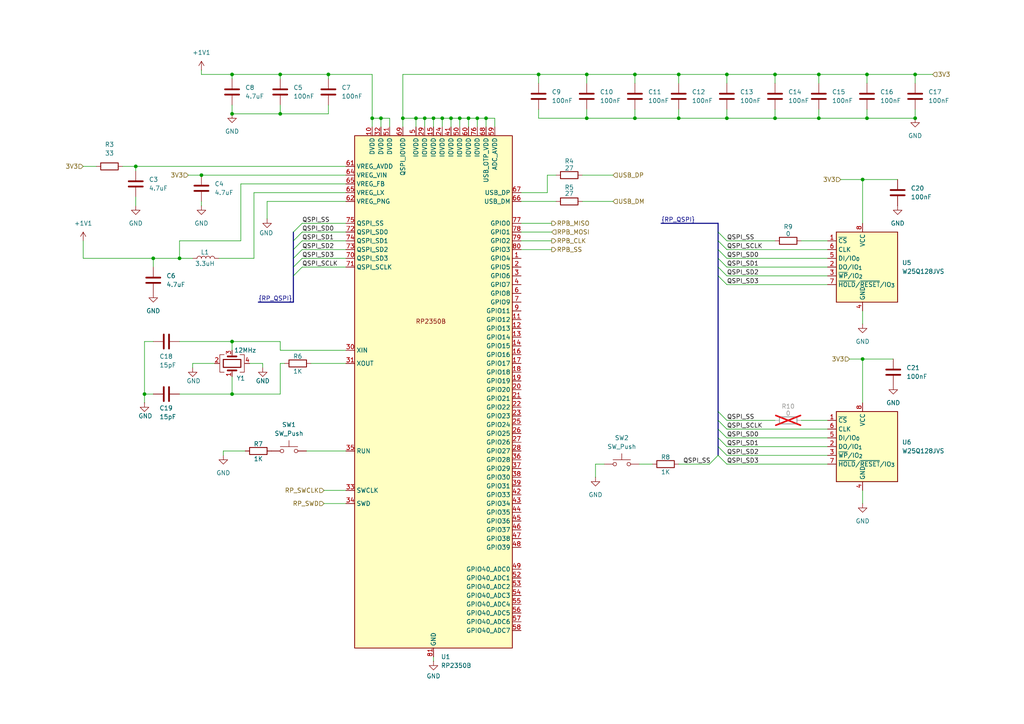
<source format=kicad_sch>
(kicad_sch (version 20250114) (generator "eeschema") (generator_version "9.0")
  (paper "A4")
  (lib_symbols
    (symbol "Device:C" (pin_numbers (hide yes)) (pin_names (offset 0.254))
      (property "Reference" "C" (at 0.635 2.54 0))
      (property "Value" "C" (at 0.635 -2.54 0))
      (symbol "C_0_1"
        (polyline (pts (xy -2.032 0.762) (xy 2.032 0.762)) (stroke (width 0.508)))
        (polyline (pts (xy -2.032 -0.762) (xy 2.032 -0.762)) (stroke (width 0.508)))
      )
      (symbol "C_1_1"
        (pin passive line (at 0 3.81 270) (length 2.794) (name "~") (number "1"))
        (pin passive line (at 0 -3.81 90) (length 2.794) (name "~") (number "2"))
      )
    )
    (symbol "Device:Crystal_GND24" (pin_names (offset 1.016) (hide yes))
      (property "Reference" "Y" (at 3.175 5.08 0))
      (property "Value" "Crystal_GND24" (at 3.175 3.175 0))
      (symbol "Crystal_GND24_0_1"
        (polyline (pts (xy -2.54 2.286) (xy -2.54 3.556) (xy 2.54 3.556) (xy 2.54 2.286)))
        (polyline (pts (xy -2.54 0) (xy -2.032 0)))
        (polyline (pts (xy -2.54 -2.286) (xy -2.54 -3.556) (xy 2.54 -3.556) (xy 2.54 -2.286)))
        (polyline (pts (xy -2.032 -1.27) (xy -2.032 1.27)) (stroke (width 0.508)))
        (rectangle (start -1.143 2.54) (end 1.143 -2.54) (stroke (width 0.3048)))
        (polyline (pts (xy 0 3.556) (xy 0 3.81)))
        (polyline (pts (xy 0 -3.81) (xy 0 -3.556)))
        (polyline (pts (xy 2.032 0) (xy 2.54 0)))
        (polyline (pts (xy 2.032 -1.27) (xy 2.032 1.27)) (stroke (width 0.508)))
      )
      (symbol "Crystal_GND24_1_1"
        (pin passive line (at -3.81 0 0) (length 1.27) (name "1") (number "1"))
        (pin passive line (at 0 5.08 270) (length 1.27) (name "2") (number "2"))
        (pin passive line (at 0 -5.08 90) (length 1.27) (name "4") (number "4"))
        (pin passive line (at 3.81 0 180) (length 1.27) (name "3") (number "3"))
      )
    )
    (symbol "Device:L" (pin_numbers (hide yes)) (pin_names (offset 1.016) (hide yes))
      (property "Reference" "L" (at -1.27 0 90))
      (property "Value" "L" (at 1.905 0 90))
      (symbol "L_0_1"
        (arc (start 0 2.54) (mid 0.6323 1.905) (end 0 1.27))
        (arc (start 0 1.27) (mid 0.6323 0.635) (end 0 0))
        (arc (start 0 0) (mid 0.6323 -0.635) (end 0 -1.27))
        (arc (start 0 -1.27) (mid 0.6323 -1.905) (end 0 -2.54))
      )
      (symbol "L_1_1"
        (pin passive line (at 0 3.81 270) (length 1.27) (name "1") (number "1"))
        (pin passive line (at 0 -3.81 90) (length 1.27) (name "2") (number "2"))
      )
    )
    (symbol "Device:R" (pin_numbers (hide yes)) (pin_names (offset 0))
      (property "Reference" "R" (at 2.032 0 90))
      (property "Value" "R" (at 0 0 90))
      (symbol "R_0_1"
        (rectangle (start -1.016 -2.54) (end 1.016 2.54) (stroke (width 0.254)))
      )
      (symbol "R_1_1"
        (pin passive line (at 0 3.81 270) (length 1.27) (name "~") (number "1"))
        (pin passive line (at 0 -3.81 90) (length 1.27) (name "~") (number "2"))
      )
    )
    (symbol "Memory_Flash:W25Q128JVS"
      (property "Reference" "U" (at -6.35 11.43 0))
      (property "Value" "W25Q128JVS" (at 7.62 11.43 0))
      (symbol "W25Q128JVS_0_1"
        (rectangle (start -7.62 10.16) (end 10.16 -10.16) (stroke (width 0.254)) (fill (type background)))
      )
      (symbol "W25Q128JVS_1_1"
        (pin input line (at -10.16 7.62 0) (length 2.54) (name "~{CS}") (number "1"))
        (pin input line (at -10.16 5.08 0) (length 2.54) (name "CLK") (number "6"))
        (pin bidirectional line (at -10.16 2.54 0) (length 2.54) (name "DI/IO_{0}") (number "5"))
        (pin bidirectional line (at -10.16 0 0) (length 2.54) (name "DO/IO_{1}") (number "2"))
        (pin bidirectional line (at -10.16 -2.54 0) (length 2.54) (name "~{WP}/IO_{2}") (number "3"))
        (pin bidirectional line (at -10.16 -5.08 0) (length 2.54) (name "~{HOLD}/~{RESET}/IO_{3}") (number "7"))
        (pin power_in line (at 0 12.7 270) (length 2.54) (name "VCC") (number "8"))
        (pin power_in line (at 0 -12.7 90) (length 2.54) (name "GND") (number "4"))
      )
    )
    (symbol "Sadman_micro:RP2350B"
      (property "Reference" "U1" (at 2.1433 -96.52 0))
      (property "Value" "RP2350B" (at 2.1433 -99.06 0))
      (symbol "RP2350B_1_1"
        (rectangle (start -22.86 54.61) (end 22.86 -93.98) (stroke (width 0.254)) (fill (type background)))
        (text "RP2350B" (at -0.762 0.762 0) (effects (font (size 1.27 1.27))))
        (pin input line (at -25.4 45.72 0) (length 2.54) (name "VREG_AVDD") (number "61"))
        (pin input line (at -25.4 43.18 0) (length 2.54) (name "VREG_VIN") (number "64"))
        (pin input line (at -25.4 40.64 0) (length 2.54) (name "VREG_FB") (number "65"))
        (pin input line (at -25.4 38.1 0) (length 2.54) (name "VREG_LX") (number "65"))
        (pin input line (at -25.4 35.56 0) (length 2.54) (name "VREG_PNG") (number "62"))
        (pin input line (at -25.4 29.21 0) (length 2.54) (name "QSPI_SS") (number "75"))
        (pin input line (at -25.4 26.67 0) (length 2.54) (name "QSPI_SD0") (number "72"))
        (pin input line (at -25.4 24.13 0) (length 2.54) (name "QSPI_SD1") (number "74"))
        (pin input line (at -25.4 21.59 0) (length 2.54) (name "QSPI_SD2") (number "73"))
        (pin input line (at -25.4 19.05 0) (length 2.54) (name "QSPI_SD3") (number "70"))
        (pin input line (at -25.4 16.51 0) (length 2.54) (name "QSPI_SCLK") (number "71"))
        (pin input line (at -25.4 -7.62 0) (length 2.54) (name "XIN") (number "30"))
        (pin input line (at -25.4 -11.43 0) (length 2.54) (name "XOUT") (number "31"))
        (pin input line (at -25.4 -36.83 0) (length 2.54) (name "RUN") (number "35"))
        (pin input line (at -25.4 -48.26 0) (length 2.54) (name "SWCLK") (number "33"))
        (pin input line (at -25.4 -52.07 0) (length 2.54) (name "SWD") (number "34"))
        (pin input line (at -17.78 57.15 270) (length 2.54) (name "DVDD") (number "10"))
        (pin input line (at -15.24 57.15 270) (length 2.54) (name "DVDD") (number "32"))
        (pin input line (at -12.7 57.15 270) (length 2.54) (name "DVDD") (number "51"))
        (pin input line (at -8.89 57.15 270) (length 2.54) (name "QSPI_IOVDD") (number "69"))
        (pin input line (at -5.08 57.15 270) (length 2.54) (name "IOVDD") (number "5"))
        (pin input line (at -2.54 57.15 270) (length 2.54) (name "IOVDD") (number "29"))
        (pin input line (at 0 57.15 270) (length 2.54) (name "IOVDD") (number "15"))
        (pin input line (at 0 -96.52 90) (length 2.54) (name "GND") (number "81"))
        (pin input line (at 2.54 57.15 270) (length 2.54) (name "IOVDD") (number "24"))
        (pin input line (at 5.08 57.15 270) (length 2.54) (name "IOVDD") (number "41"))
        (pin input line (at 7.62 57.15 270) (length 2.54) (name "IOVDD") (number "50"))
        (pin input line (at 10.16 57.15 270) (length 2.54) (name "IOVDD") (number "60"))
        (pin input line (at 12.7 57.15 270) (length 2.54) (name "IOVDD") (number "76"))
        (pin input line (at 15.24 57.15 270) (length 2.54) (name "USB_OTP_VDD") (number "68"))
        (pin input line (at 17.78 57.15 270) (length 2.54) (name "ADC_AVDD") (number "59"))
        (pin input line (at 25.4 38.1 180) (length 2.54) (name "USB_DP") (number "67"))
        (pin input line (at 25.4 35.56 180) (length 2.54) (name "USB_DM") (number "66"))
        (pin input line (at 25.4 29.21 180) (length 2.54) (name "GPIO0") (number "77"))
        (pin input line (at 25.4 26.67 180) (length 2.54) (name "GPIO1") (number "78"))
        (pin input line (at 25.4 24.13 180) (length 2.54) (name "GPIO2") (number "79"))
        (pin input line (at 25.4 21.59 180) (length 2.54) (name "GPIO3") (number "80"))
        (pin input line (at 25.4 19.05 180) (length 2.54) (name "GPIO4") (number "1"))
        (pin input line (at 25.4 16.51 180) (length 2.54) (name "GPIO5") (number "2"))
        (pin input line (at 25.4 13.97 180) (length 2.54) (name "GPIO6") (number "3"))
        (pin input line (at 25.4 11.43 180) (length 2.54) (name "GPIO7") (number "4"))
        (pin input line (at 25.4 8.89 180) (length 2.54) (name "GPIO8") (number "6"))
        (pin input line (at 25.4 6.35 180) (length 2.54) (name "GPIO9") (number "7"))
        (pin input line (at 25.4 3.81 180) (length 2.54) (name "GPIO11") (number "9"))
        (pin input line (at 25.4 1.27 180) (length 2.54) (name "GPIO12") (number "11"))
        (pin input line (at 25.4 -1.27 180) (length 2.54) (name "GPIO13") (number "12"))
        (pin input line (at 25.4 -3.81 180) (length 2.54) (name "GPIO14") (number "13"))
        (pin input line (at 25.4 -6.35 180) (length 2.54) (name "GPIO15") (number "14"))
        (pin input line (at 25.4 -8.89 180) (length 2.54) (name "GPIO16") (number "16"))
        (pin input line (at 25.4 -11.43 180) (length 2.54) (name "GPIO17") (number "17"))
        (pin input line (at 25.4 -13.97 180) (length 2.54) (name "GPIO18") (number "18"))
        (pin input line (at 25.4 -16.51 180) (length 2.54) (name "GPIO19") (number "19"))
        (pin input line (at 25.4 -19.05 180) (length 2.54) (name "GPIO20") (number "20"))
        (pin input line (at 25.4 -21.59 180) (length 2.54) (name "GPIO21") (number "21"))
        (pin input line (at 25.4 -24.13 180) (length 2.54) (name "GPIO22") (number "22"))
        (pin input line (at 25.4 -26.67 180) (length 2.54) (name "GPIO23") (number "23"))
        (pin input line (at 25.4 -29.21 180) (length 2.54) (name "GPIO24") (number "25"))
        (pin input line (at 25.4 -31.75 180) (length 2.54) (name "GPIO25") (number "26"))
        (pin input line (at 25.4 -34.29 180) (length 2.54) (name "GPIO26") (number "27"))
        (pin input line (at 25.4 -36.83 180) (length 2.54) (name "GPIO27") (number "28"))
        (pin input line (at 25.4 -39.37 180) (length 2.54) (name "GPIO28") (number "36"))
        (pin input line (at 25.4 -41.91 180) (length 2.54) (name "GPIO29") (number "37"))
        (pin input line (at 25.4 -44.45 180) (length 2.54) (name "GPIO30") (number "38"))
        (pin input line (at 25.4 -46.99 180) (length 2.54) (name "GPIO31") (number "39"))
        (pin input line (at 25.4 -49.53 180) (length 2.54) (name "GPIO33") (number "42"))
        (pin input line (at 25.4 -52.07 180) (length 2.54) (name "GPIO34") (number "43"))
        (pin input line (at 25.4 -54.61 180) (length 2.54) (name "GPIO35") (number "44"))
        (pin input line (at 25.4 -57.15 180) (length 2.54) (name "GPIO36") (number "45"))
        (pin input line (at 25.4 -59.69 180) (length 2.54) (name "GPIO37") (number "46"))
        (pin input line (at 25.4 -62.23 180) (length 2.54) (name "GPIO38") (number "47"))
        (pin input line (at 25.4 -64.77 180) (length 2.54) (name "GPIO39") (number "48"))
        (pin input line (at 25.4 -71.12 180) (length 2.54) (name "GPIO40_ADC0") (number "49"))
        (pin input line (at 25.4 -73.66 180) (length 2.54) (name "GPIO40_ADC1") (number "52"))
        (pin input line (at 25.4 -76.2 180) (length 2.54) (name "GPIO40_ADC2") (number "53"))
        (pin input line (at 25.4 -78.74 180) (length 2.54) (name "GPIO40_ADC3") (number "54"))
        (pin input line (at 25.4 -81.28 180) (length 2.54) (name "GPIO40_ADC4") (number "55"))
        (pin input line (at 25.4 -83.82 180) (length 2.54) (name "GPIO40_ADC5") (number "56"))
        (pin input line (at 25.4 -86.36 180) (length 2.54) (name "GPIO40_ADC6") (number "57"))
        (pin input line (at 25.4 -88.9 180) (length 2.54) (name "GPIO40_ADC7") (number "58"))
      )
    )
    (symbol "Switch:SW_Push" (pin_numbers (hide yes)) (pin_names (offset 1.016) (hide yes))
      (property "Reference" "SW" (at 1.27 2.54 0))
      (property "Value" "SW_Push" (at 0 -1.524 0))
      (symbol "SW_Push_0_1"
        (circle (center -2.032 0) (radius 0.508))
        (polyline (pts (xy 0 1.27) (xy 0 3.048)))
        (circle (center 2.032 0) (radius 0.508))
        (polyline (pts (xy 2.54 1.27) (xy -2.54 1.27)))
        (pin passive line (at -5.08 0 0) (length 2.54) (name "1") (number "1"))
        (pin passive line (at 5.08 0 180) (length 2.54) (name "2") (number "2"))
      )
    )
    (symbol "power:+1V1" (power) (pin_numbers (hide yes)) (pin_names (offset 0) (hide yes))
      (property "Value" "+1V1" (at 0 3.556 0))
      (symbol "+1V1_0_1"
        (polyline (pts (xy -0.762 1.27) (xy 0 2.54)))
        (polyline (pts (xy 0 2.54) (xy 0.762 1.27)))
        (polyline (pts (xy 0 0) (xy 0 2.54)))
      )
      (symbol "+1V1_1_1"
        (pin power_in line (at 0 0 90) (length 0) (name "~") (number "1"))
      )
    )
    (symbol "power:GND" (power) (pin_numbers (hide yes)) (pin_names (offset 0) (hide yes))
      (property "Value" "GND" (at 0 -3.81 0))
      (symbol "GND_0_1"
        (polyline (pts (xy 0 0) (xy 0 -1.27) (xy 1.27 -1.27) (xy 0 -2.54) (xy -1.27 -1.27) (xy 0 -1.27)))
      )
      (symbol "GND_1_1"
        (pin power_in line (at 0 0 270) (length 0) (name "~") (number "1"))
      )
    )
  )
  (junction (at 210.82 34.29))
  (junction (at 41.91 114.3))
  (junction (at 265.43 34.29))
  (junction (at 95.25 21.59))
  (junction (at 138.43 34.29))
  (junction (at 250.19 104.14))
  (junction (at 125.73 34.29))
  (junction (at 184.15 21.59))
  (junction (at 251.46 21.59))
  (junction (at 170.18 21.59))
  (junction (at 210.82 21.59))
  (junction (at 44.45 74.93))
  (junction (at 184.15 34.29))
  (junction (at 58.42 50.8))
  (junction (at 128.27 34.29))
  (junction (at 196.85 34.29))
  (junction (at 67.31 114.3))
  (junction (at 237.49 34.29))
  (junction (at 110.49 34.29))
  (junction (at 81.28 21.59))
  (junction (at 81.28 33.02))
  (junction (at 251.46 34.29))
  (junction (at 133.35 34.29))
  (junction (at 237.49 21.59))
  (junction (at 265.43 21.59))
  (junction (at 140.97 34.29))
  (junction (at 135.89 34.29))
  (junction (at 170.18 34.29))
  (junction (at 67.31 33.02))
  (junction (at 39.37 48.26))
  (junction (at 130.81 34.29))
  (junction (at 107.95 34.29))
  (junction (at 156.21 21.59))
  (junction (at 67.31 21.59))
  (junction (at 123.19 34.29))
  (junction (at 196.85 21.59))
  (junction (at 224.79 34.29))
  (junction (at 250.19 52.07))
  (junction (at 52.07 74.93))
  (junction (at 116.84 34.29))
  (junction (at 120.65 34.29))
  (junction (at 67.31 99.06))
  (junction (at 224.79 21.59))
  (bus_entry (at 208.28 124.46) (size 2.54 2.54))
  (bus_entry (at 85.09 69.85) (size 2.54 -2.54))
  (bus_entry (at 85.09 80.01) (size 2.54 -2.54))
  (bus_entry (at 208.28 132.08) (size -2.54 2.54))
  (bus_entry (at 85.09 74.93) (size 2.54 -2.54))
  (bus_entry (at 208.28 69.85) (size 2.54 2.54))
  (bus_entry (at 208.28 127) (size 2.54 2.54))
  (bus_entry (at 85.09 67.31) (size 2.54 -2.54))
  (bus_entry (at 208.28 119.38) (size 2.54 2.54))
  (bus_entry (at 208.28 74.93) (size 2.54 2.54))
  (bus_entry (at 208.28 132.08) (size 2.54 2.54))
  (bus_entry (at 208.28 72.39) (size 2.54 2.54))
  (bus_entry (at 208.28 121.92) (size 2.54 2.54))
  (bus_entry (at 85.09 72.39) (size 2.54 -2.54))
  (bus_entry (at 208.28 80.01) (size 2.54 2.54))
  (bus_entry (at 85.09 77.47) (size 2.54 -2.54))
  (bus_entry (at 208.28 67.31) (size 2.54 2.54))
  (bus_entry (at 208.28 77.47) (size 2.54 2.54))
  (bus_entry (at 208.28 129.54) (size 2.54 2.54))
  (wire (pts (xy 24.13 74.93) (xy 44.45 74.93)))
  (wire (pts (xy 41.91 99.06) (xy 44.45 99.06)))
  (wire (pts (xy 81.28 101.6) (xy 81.28 99.06)))
  (wire (pts (xy 196.85 34.29) (xy 210.82 34.29)))
  (bus (pts (xy 85.09 69.85) (xy 85.09 72.39)))
  (wire (pts (xy 210.82 121.92) (xy 224.79 121.92)))
  (wire (pts (xy 73.66 55.88) (xy 73.66 74.93)))
  (wire (pts (xy 67.31 33.02) (xy 67.31 30.48)))
  (wire (pts (xy 135.89 36.83) (xy 135.89 34.29)))
  (wire (pts (xy 81.28 33.02) (xy 95.25 33.02)))
  (wire (pts (xy 265.43 31.75) (xy 265.43 34.29)))
  (wire (pts (xy 81.28 105.41) (xy 82.55 105.41)))
  (wire (pts (xy 100.33 58.42) (xy 77.47 58.42)))
  (wire (pts (xy 55.88 105.41) (xy 62.23 105.41)))
  (wire (pts (xy 67.31 99.06) (xy 81.28 99.06)))
  (wire (pts (xy 116.84 36.83) (xy 116.84 34.29)))
  (wire (pts (xy 87.63 67.31) (xy 100.33 67.31)))
  (bus (pts (xy 85.09 80.01) (xy 85.09 87.63)))
  (wire (pts (xy 133.35 34.29) (xy 135.89 34.29)))
  (wire (pts (xy 58.42 50.8) (xy 100.33 50.8)))
  (wire (pts (xy 156.21 34.29) (xy 156.21 31.75)))
  (wire (pts (xy 140.97 34.29) (xy 140.97 36.83)))
  (wire (pts (xy 41.91 99.06) (xy 41.91 114.3)))
  (wire (pts (xy 54.61 50.8) (xy 58.42 50.8)))
  (wire (pts (xy 58.42 20.32) (xy 58.42 21.59)))
  (wire (pts (xy 210.82 129.54) (xy 240.03 129.54)))
  (wire (pts (xy 133.35 34.29) (xy 133.35 36.83)))
  (wire (pts (xy 116.84 21.59) (xy 116.84 34.29)))
  (wire (pts (xy 87.63 77.47) (xy 100.33 77.47)))
  (wire (pts (xy 140.97 34.29) (xy 143.51 34.29)))
  (bus (pts (xy 208.28 72.39) (xy 208.28 74.93)))
  (wire (pts (xy 151.13 69.85) (xy 160.02 69.85)))
  (wire (pts (xy 210.82 21.59) (xy 196.85 21.59)))
  (wire (pts (xy 58.42 21.59) (xy 67.31 21.59)))
  (wire (pts (xy 107.95 21.59) (xy 107.95 34.29)))
  (wire (pts (xy 251.46 34.29) (xy 265.43 34.29)))
  (wire (pts (xy 69.85 69.85) (xy 69.85 53.34)))
  (wire (pts (xy 170.18 21.59) (xy 156.21 21.59)))
  (wire (pts (xy 210.82 132.08) (xy 240.03 132.08)))
  (wire (pts (xy 110.49 34.29) (xy 110.49 36.83)))
  (wire (pts (xy 210.82 34.29) (xy 224.79 34.29)))
  (wire (pts (xy 250.19 104.14) (xy 259.08 104.14)))
  (wire (pts (xy 250.19 52.07) (xy 260.35 52.07)))
  (wire (pts (xy 196.85 21.59) (xy 184.15 21.59)))
  (wire (pts (xy 100.33 101.6) (xy 81.28 101.6)))
  (wire (pts (xy 130.81 34.29) (xy 130.81 36.83)))
  (wire (pts (xy 156.21 21.59) (xy 156.21 24.13)))
  (wire (pts (xy 87.63 72.39) (xy 100.33 72.39)))
  (wire (pts (xy 107.95 34.29) (xy 110.49 34.29)))
  (wire (pts (xy 138.43 34.29) (xy 140.97 34.29)))
  (wire (pts (xy 237.49 34.29) (xy 251.46 34.29)))
  (wire (pts (xy 210.82 74.93) (xy 240.03 74.93)))
  (wire (pts (xy 87.63 64.77) (xy 100.33 64.77)))
  (wire (pts (xy 251.46 21.59) (xy 237.49 21.59)))
  (wire (pts (xy 210.82 69.85) (xy 224.79 69.85)))
  (wire (pts (xy 210.82 72.39) (xy 240.03 72.39)))
  (wire (pts (xy 130.81 34.29) (xy 133.35 34.29)))
  (wire (pts (xy 151.13 58.42) (xy 161.29 58.42)))
  (bus (pts (xy 208.28 129.54) (xy 208.28 132.08)))
  (wire (pts (xy 184.15 34.29) (xy 170.18 34.29)))
  (wire (pts (xy 24.13 69.85) (xy 24.13 74.93)))
  (bus (pts (xy 208.28 119.38) (xy 208.28 121.92)))
  (bus (pts (xy 208.28 77.47) (xy 208.28 80.01)))
  (wire (pts (xy 52.07 69.85) (xy 69.85 69.85)))
  (wire (pts (xy 116.84 34.29) (xy 120.65 34.29)))
  (bus (pts (xy 208.28 69.85) (xy 208.28 72.39)))
  (wire (pts (xy 128.27 34.29) (xy 130.81 34.29)))
  (wire (pts (xy 35.56 48.26) (xy 39.37 48.26)))
  (wire (pts (xy 224.79 34.29) (xy 237.49 34.29)))
  (bus (pts (xy 208.28 74.93) (xy 208.28 77.47)))
  (wire (pts (xy 39.37 49.53) (xy 39.37 48.26)))
  (wire (pts (xy 100.33 55.88) (xy 73.66 55.88)))
  (wire (pts (xy 93.98 146.05) (xy 100.33 146.05)))
  (bus (pts (xy 208.28 121.92) (xy 208.28 124.46)))
  (wire (pts (xy 67.31 99.06) (xy 67.31 101.6)))
  (wire (pts (xy 246.38 104.14) (xy 250.19 104.14)))
  (wire (pts (xy 67.31 114.3) (xy 81.28 114.3)))
  (wire (pts (xy 87.63 69.85) (xy 100.33 69.85)))
  (wire (pts (xy 250.19 104.14) (xy 250.19 116.84)))
  (wire (pts (xy 237.49 31.75) (xy 237.49 34.29)))
  (wire (pts (xy 39.37 48.26) (xy 100.33 48.26)))
  (bus (pts (xy 85.09 77.47) (xy 85.09 80.01)))
  (wire (pts (xy 175.26 134.62) (xy 172.72 134.62)))
  (wire (pts (xy 77.47 58.42) (xy 77.47 63.5)))
  (wire (pts (xy 196.85 34.29) (xy 184.15 34.29)))
  (wire (pts (xy 168.91 50.8) (xy 177.8 50.8)))
  (wire (pts (xy 64.77 130.81) (xy 64.77 132.08)))
  (wire (pts (xy 210.82 21.59) (xy 210.82 24.13)))
  (wire (pts (xy 88.9 130.81) (xy 100.33 130.81)))
  (bus (pts (xy 208.28 124.46) (xy 208.28 127)))
  (wire (pts (xy 158.75 50.8) (xy 161.29 50.8)))
  (wire (pts (xy 52.07 99.06) (xy 67.31 99.06)))
  (wire (pts (xy 196.85 134.62) (xy 205.74 134.62)))
  (wire (pts (xy 41.91 114.3) (xy 44.45 114.3)))
  (wire (pts (xy 125.73 190.5) (xy 125.73 191.77)))
  (wire (pts (xy 156.21 21.59) (xy 116.84 21.59)))
  (wire (pts (xy 81.28 33.02) (xy 67.31 33.02)))
  (wire (pts (xy 151.13 64.77) (xy 160.02 64.77)))
  (wire (pts (xy 151.13 55.88) (xy 158.75 55.88)))
  (wire (pts (xy 120.65 34.29) (xy 120.65 36.83)))
  (wire (pts (xy 81.28 21.59) (xy 95.25 21.59)))
  (wire (pts (xy 123.19 34.29) (xy 123.19 36.83)))
  (wire (pts (xy 90.17 105.41) (xy 100.33 105.41)))
  (wire (pts (xy 224.79 21.59) (xy 210.82 21.59)))
  (wire (pts (xy 76.2 105.41) (xy 76.2 106.68)))
  (wire (pts (xy 265.43 21.59) (xy 270.51 21.59)))
  (wire (pts (xy 107.95 34.29) (xy 107.95 36.83)))
  (wire (pts (xy 135.89 34.29) (xy 138.43 34.29)))
  (wire (pts (xy 81.28 30.48) (xy 81.28 33.02)))
  (wire (pts (xy 69.85 53.34) (xy 100.33 53.34)))
  (wire (pts (xy 81.28 105.41) (xy 81.28 114.3)))
  (wire (pts (xy 58.42 59.69) (xy 58.42 58.42)))
  (wire (pts (xy 67.31 22.86) (xy 67.31 21.59)))
  (wire (pts (xy 44.45 74.93) (xy 52.07 74.93)))
  (wire (pts (xy 210.82 80.01) (xy 240.03 80.01)))
  (wire (pts (xy 168.91 58.42) (xy 177.8 58.42)))
  (wire (pts (xy 184.15 21.59) (xy 184.15 24.13)))
  (wire (pts (xy 67.31 109.22) (xy 67.31 114.3)))
  (wire (pts (xy 250.19 90.17) (xy 250.19 93.98)))
  (wire (pts (xy 237.49 21.59) (xy 237.49 24.13)))
  (wire (pts (xy 138.43 34.29) (xy 138.43 36.83)))
  (wire (pts (xy 125.73 34.29) (xy 128.27 34.29)))
  (wire (pts (xy 250.19 52.07) (xy 250.19 64.77)))
  (bus (pts (xy 208.28 80.01) (xy 208.28 119.38)))
  (wire (pts (xy 172.72 134.62) (xy 172.72 138.43)))
  (bus (pts (xy 208.28 64.77) (xy 208.28 67.31)))
  (wire (pts (xy 232.41 69.85) (xy 240.03 69.85)))
  (wire (pts (xy 52.07 114.3) (xy 67.31 114.3)))
  (wire (pts (xy 184.15 31.75) (xy 184.15 34.29)))
  (bus (pts (xy 85.09 72.39) (xy 85.09 74.93)))
  (wire (pts (xy 143.51 34.29) (xy 143.51 36.83)))
  (bus (pts (xy 74.93 87.63) (xy 85.09 87.63)))
  (wire (pts (xy 196.85 31.75) (xy 196.85 34.29)))
  (wire (pts (xy 52.07 74.93) (xy 55.88 74.93)))
  (wire (pts (xy 210.82 77.47) (xy 240.03 77.47)))
  (bus (pts (xy 208.28 67.31) (xy 208.28 69.85)))
  (wire (pts (xy 128.27 34.29) (xy 128.27 36.83)))
  (wire (pts (xy 185.42 134.62) (xy 189.23 134.62)))
  (wire (pts (xy 237.49 21.59) (xy 224.79 21.59)))
  (wire (pts (xy 210.82 31.75) (xy 210.82 34.29)))
  (wire (pts (xy 210.82 82.55) (xy 240.03 82.55)))
  (wire (pts (xy 113.03 34.29) (xy 113.03 36.83)))
  (bus (pts (xy 208.28 127) (xy 208.28 129.54)))
  (wire (pts (xy 210.82 127) (xy 240.03 127)))
  (wire (pts (xy 210.82 124.46) (xy 240.03 124.46)))
  (wire (pts (xy 158.75 55.88) (xy 158.75 50.8)))
  (wire (pts (xy 125.73 34.29) (xy 125.73 36.83)))
  (wire (pts (xy 95.25 21.59) (xy 107.95 21.59)))
  (wire (pts (xy 265.43 24.13) (xy 265.43 21.59)))
  (wire (pts (xy 110.49 34.29) (xy 113.03 34.29)))
  (wire (pts (xy 224.79 21.59) (xy 224.79 24.13)))
  (wire (pts (xy 27.94 48.26) (xy 24.13 48.26)))
  (wire (pts (xy 243.84 52.07) (xy 250.19 52.07)))
  (wire (pts (xy 151.13 67.31) (xy 160.02 67.31)))
  (wire (pts (xy 67.31 21.59) (xy 81.28 21.59)))
  (wire (pts (xy 232.41 121.92) (xy 240.03 121.92)))
  (bus (pts (xy 85.09 67.31) (xy 85.09 69.85)))
  (wire (pts (xy 210.82 134.62) (xy 240.03 134.62)))
  (wire (pts (xy 184.15 21.59) (xy 170.18 21.59)))
  (wire (pts (xy 170.18 21.59) (xy 170.18 24.13)))
  (wire (pts (xy 39.37 57.15) (xy 39.37 59.69)))
  (wire (pts (xy 224.79 31.75) (xy 224.79 34.29)))
  (wire (pts (xy 63.5 74.93) (xy 73.66 74.93)))
  (wire (pts (xy 71.12 130.81) (xy 64.77 130.81)))
  (wire (pts (xy 44.45 74.93) (xy 44.45 77.47)))
  (wire (pts (xy 52.07 69.85) (xy 52.07 74.93)))
  (wire (pts (xy 170.18 31.75) (xy 170.18 34.29)))
  (wire (pts (xy 95.25 22.86) (xy 95.25 21.59)))
  (wire (pts (xy 251.46 31.75) (xy 251.46 34.29)))
  (wire (pts (xy 120.65 34.29) (xy 123.19 34.29)))
  (bus (pts (xy 191.77 64.77) (xy 208.28 64.77)))
  (wire (pts (xy 55.88 106.68) (xy 55.88 105.41)))
  (wire (pts (xy 170.18 34.29) (xy 156.21 34.29)))
  (wire (pts (xy 76.2 105.41) (xy 72.39 105.41)))
  (wire (pts (xy 265.43 21.59) (xy 251.46 21.59)))
  (wire (pts (xy 251.46 21.59) (xy 251.46 24.13)))
  (wire (pts (xy 123.19 34.29) (xy 125.73 34.29)))
  (wire (pts (xy 87.63 74.93) (xy 100.33 74.93)))
  (wire (pts (xy 41.91 114.3) (xy 41.91 116.84)))
  (wire (pts (xy 196.85 21.59) (xy 196.85 24.13)))
  (wire (pts (xy 95.25 33.02) (xy 95.25 30.48)))
  (wire (pts (xy 93.98 142.24) (xy 100.33 142.24)))
  (bus (pts (xy 85.09 74.93) (xy 85.09 77.47)))
  (wire (pts (xy 151.13 72.39) (xy 160.02 72.39)))
  (wire (pts (xy 81.28 22.86) (xy 81.28 21.59)))
  (wire (pts (xy 250.19 142.24) (xy 250.19 146.05)))
  (label "QSPI_SCLK" (at 210.82 72.39 0))
  (label "QSPI_SS" (at 210.82 69.85 0))
  (label "QSPI_SD0" (at 87.63 67.31 0))
  (label "QSPI_SD2" (at 210.82 132.08 0))
  (label "QSPI_SD0" (at 210.82 127 0))
  (label "QSPI_SD3" (at 210.82 134.62 0))
  (label "QSPI_SS" (at 198.12 134.62 0))
  (label "{RP_QSPI}" (at 74.93 87.63 0))
  (label "QSPI_SCLK" (at 87.63 77.47 0))
  (label "QSPI_SD0" (at 210.82 74.93 0))
  (label "QSPI_SS" (at 87.63 64.77 0))
  (label "QSPI_SD2" (at 210.82 80.01 0))
  (label "QSPI_SS" (at 210.82 121.92 0))
  (label "QSPI_SD1" (at 210.82 129.54 0))
  (label "QSPI_SD3" (at 210.82 82.55 0))
  (label "{RP_QSPI}" (at 191.77 64.77 0))
  (label "QSPI_SD2" (at 87.63 72.39 0))
  (label "QSPI_SD1" (at 210.82 77.47 0))
  (label "QSPI_SCLK" (at 210.82 124.46 0))
  (label "QSPI_SD1" (at 87.63 69.85 0))
  (label "QSPI_SD3" (at 87.63 74.93 0))
  (hierarchical_label "USB_DM" (shape input) (at 177.8 58.42 0))
  (hierarchical_label "3V3" (shape input) (at 54.61 50.8 180))
  (hierarchical_label "3V3" (shape input) (at 246.38 104.14 180))
  (hierarchical_label "USB_DP" (shape input) (at 177.8 50.8 0))
  (hierarchical_label "RPB_CLK" (shape output) (at 160.02 69.85 0))
  (hierarchical_label "RPB_SS" (shape output) (at 160.02 72.39 0))
  (hierarchical_label "3V3" (shape input) (at 243.84 52.07 180))
  (hierarchical_label "3V3" (shape input) (at 24.13 48.26 180))
  (hierarchical_label "3V3" (shape input) (at 270.51 21.59 0))
  (hierarchical_label "RP_SWCLK" (shape input) (at 93.98 142.24 180))
  (hierarchical_label "RP_SWD" (shape input) (at 93.98 146.05 180))
  (hierarchical_label "RPB_MOSI" (shape input) (at 160.02 67.31 0))
  (hierarchical_label "RPB_MISO" (shape output) (at 160.02 64.77 0))
  (symbol (lib_id "Device:C") (at 184.15 27.94 0) (unit 1)
    (property "Reference" "C11" (at 187.96 26.6699 0) (effects (justify left)))
    (property "Value" "100nF" (at 187.96 29.21 0) (effects (justify left)))
    (property "Footprint" "Capacitor_SMD:C_0402_1005Metric" (effects (hide yes)))
    (property "Datasheet" "https://mm.digikey.com/Volume0/opasdata/d220001/medias/docus/729/CL05B104KA5NNNC_Spec.pdf" (effects (hide yes)))
    (property "Description" "CAP CER 0.1UF 25V X7R 0402" (effects (hide yes)))
    (property "Part Number" "CL05B104KA5NNNC" (effects (hide yes)))
  )
  (symbol (lib_id "Device:R") (at 165.1 50.8 90) (unit 1)
    (property "Reference" "R4" (at 165.1 46.736 90))
    (property "Value" "27" (at 165.1 48.768 90))
    (property "Footprint" "Resistor_SMD:R_0402_1005Metric" (effects (hide yes)))
    (property "Datasheet" "https://yageogroup.com/content/datasheet/asset/file/PYU-RC_GROUP_51_ROHS_L" (effects (hide yes)))
    (property "Description" "RES 27 OHM 1% 1/16W 0402" (effects (hide yes)))
    (property "Part Number" "RC0402FR-0727RL" (effects (hide yes)))
    (property "Provider" "Digikey" (effects (hide yes)))
  )
  (symbol (lib_id "Device:C") (at 210.82 27.94 0) (unit 1)
    (property "Reference" "C13" (at 214.63 26.6699 0) (effects (justify left)))
    (property "Value" "100nF" (at 214.63 29.21 0) (effects (justify left)))
    (property "Footprint" "Capacitor_SMD:C_0402_1005Metric" (effects (hide yes)))
    (property "Datasheet" "https://mm.digikey.com/Volume0/opasdata/d220001/medias/docus/729/CL05B104KA5NNNC_Spec.pdf" (effects (hide yes)))
    (property "Description" "CAP CER 0.1UF 25V X7R 0402" (effects (hide yes)))
    (property "Part Number" "CL05B104KA5NNNC" (effects (hide yes)))
  )
  (symbol (lib_id "power:GND") (at 259.08 111.76 0) (unit 1)
    (property "Reference" "#PWR029" (effects (hide yes)))
    (property "Value" "GND" (at 259.08 116.84 0))
    (property "Description" "Power symbol creates a global label with name \"GND\" , ground" (effects (hide yes)))
  )
  (symbol (lib_id "Device:R") (at 193.04 134.62 90) (unit 1)
    (property "Reference" "R8" (at 193.04 132.588 90))
    (property "Value" "1K" (at 193.04 136.906 90))
    (property "Footprint" "Resistor_SMD:R_0402_1005Metric" (effects (hide yes)))
    (property "Datasheet" "https://industrial.panasonic.com/cdbs/www-data/pdf/RDA0000/AOA0000C304.pdf" (effects (hide yes)))
    (property "Description" "RES SMD 1K OHM 1% 1/10W 0402" (effects (hide yes)))
    (property "Part Number" "ERJ-2RKF1001X" (effects (hide yes)))
    (property "Provider" "Digikey" (effects (hide yes)))
  )
  (symbol (lib_id "power:GND") (at 55.88 106.68 0) (unit 1)
    (property "Reference" "#PWR016" (effects (hide yes)))
    (property "Value" "GND" (at 56.134 110.49 0))
    (property "Description" "Power symbol creates a global label with name \"GND\" , ground" (effects (hide yes)))
  )
  (symbol (lib_id "Device:C") (at 44.45 81.28 0) (unit 1)
    (property "Reference" "C6" (at 48.26 80.0099 0) (effects (justify left)))
    (property "Value" "4.7uF" (at 48.26 82.55 0) (effects (justify left)))
    (property "Footprint" "Capacitor_SMD:C_0402_1005Metric" (effects (hide yes)))
    (property "Datasheet" "https://search.murata.co.jp/Ceramy/image/img/A01X/G101/ENG/GRM155D71A475ME15-01A.pdf" (effects (hide yes)))
    (property "Description" "CAP CER 4.7UF 10V X7T 0402" (effects (hide yes)))
    (property "Part Number" "GRM155D71A475ME15J" (effects (hide yes)))
  )
  (symbol (lib_id "Device:C") (at 156.21 27.94 0) (unit 1)
    (property "Reference" "C9" (at 160.02 26.6699 0) (effects (justify left)))
    (property "Value" "100nF" (at 160.02 29.21 0) (effects (justify left)))
    (property "Footprint" "Capacitor_SMD:C_0402_1005Metric" (effects (hide yes)))
    (property "Datasheet" "https://mm.digikey.com/Volume0/opasdata/d220001/medias/docus/729/CL05B104KA5NNNC_Spec.pdf" (effects (hide yes)))
    (property "Description" "CAP CER 0.1UF 25V X7R 0402" (effects (hide yes)))
    (property "Part Number" "CL05B104KA5NNNC" (effects (hide yes)))
  )
  (symbol (lib_id "Memory_Flash:W25Q128JVS") (at 250.19 77.47 0) (unit 1)
    (property "Reference" "U5" (at 261.62 76.1999 0) (effects (justify left)))
    (property "Value" "W25Q128JVS" (at 261.62 78.7399 0) (effects (justify left)))
    (property "Footprint" "Package_SO:SOIC-8_5.3x5.3mm_P1.27mm" (effects (hide yes)))
    (property "Datasheet" "https://www.winbond.com/resource-files/w25q128jv_dtr%20revc%2003272018%20plus.pdf" (effects (hide yes)))
    (property "Description" "128Mbit / 16MiB Serial Flash Memory, Standard/Dual/Quad SPI, 2.7-3.6V, SOIC-8" (effects (hide yes)))
  )
  (symbol (lib_id "power:GND") (at 260.35 59.69 0) (unit 1)
    (property "Reference" "#PWR027" (effects (hide yes)))
    (property "Value" "GND" (at 260.35 64.77 0))
    (property "Description" "Power symbol creates a global label with name \"GND\" , ground" (effects (hide yes)))
  )
  (symbol (lib_id "Device:C") (at 224.79 27.94 0) (unit 1)
    (property "Reference" "C14" (at 228.6 26.6699 0) (effects (justify left)))
    (property "Value" "100nF" (at 228.6 29.21 0) (effects (justify left)))
    (property "Footprint" "Capacitor_SMD:C_0402_1005Metric" (effects (hide yes)))
    (property "Datasheet" "https://mm.digikey.com/Volume0/opasdata/d220001/medias/docus/729/CL05B104KA5NNNC_Spec.pdf" (effects (hide yes)))
    (property "Description" "CAP CER 0.1UF 25V X7R 0402" (effects (hide yes)))
    (property "Part Number" "CL05B104KA5NNNC" (effects (hide yes)))
  )
  (symbol (lib_id "Device:C") (at 260.35 55.88 0) (unit 1)
    (property "Reference" "C20" (at 264.16 54.6099 0) (effects (justify left)))
    (property "Value" "100nF" (at 264.16 57.15 0) (effects (justify left)))
    (property "Footprint" "Capacitor_SMD:C_0402_1005Metric" (effects (hide yes)))
    (property "Datasheet" "https://mm.digikey.com/Volume0/opasdata/d220001/medias/docus/729/CL05B104KA5NNNC_Spec.pdf" (effects (hide yes)))
    (property "Description" "CAP CER 0.1UF 25V X7R 0402" (effects (hide yes)))
    (property "Part Number" "CL05B104KA5NNNC" (effects (hide yes)))
  )
  (symbol (lib_id "Switch:SW_Push") (at 180.34 134.62 0) (unit 1)
    (property "Reference" "SW2" (at 180.34 127 0))
    (property "Value" "SW_Push" (at 180.34 129.54 0))
    (property "Description" "Push button switch, generic, two pins" (effects (hide yes)))
  )
  (symbol (lib_id "Device:C") (at 48.26 99.06 270) (unit 1)
    (property "Reference" "C18" (at 46.228 103.3779 90) (effects (justify left)))
    (property "Value" "15pF" (at 46.228 105.918 90) (effects (justify left)))
    (property "Footprint" "Capacitor_SMD:C_0402_1005Metric" (effects (hide yes)))
    (property "Datasheet" "https://search.murata.co.jp/Ceramy/image/img/A01X/G101/ENG/GJM1555C1H150FB01-01.pdf" (effects (hide yes)))
    (property "Description" "CAP CER 15PF 50V C0G/NP0 0402" (effects (hide yes)))
    (property "Part Number" "GJM1555C1H150FB01D" (effects (hide yes)))
  )
  (symbol (lib_id "power:GND") (at 64.77 132.08 0) (unit 1)
    (property "Reference" "#PWR018" (effects (hide yes)))
    (property "Value" "GND" (at 64.77 137.16 0))
    (property "Description" "Power symbol creates a global label with name \"GND\" , ground" (effects (hide yes)))
  )
  (symbol (lib_id "power:GND") (at 250.19 93.98 0) (unit 1)
    (property "Reference" "#PWR025" (effects (hide yes)))
    (property "Value" "GND" (at 250.19 99.06 0))
    (property "Description" "Power symbol creates a global label with name \"GND\" , ground" (effects (hide yes)))
  )
  (symbol (lib_id "Device:C") (at 95.25 26.67 0) (unit 1)
    (property "Reference" "C7" (at 99.06 25.3999 0) (effects (justify left)))
    (property "Value" "100nF" (at 99.06 27.94 0) (effects (justify left)))
    (property "Footprint" "Capacitor_SMD:C_0402_1005Metric" (effects (hide yes)))
    (property "Datasheet" "https://mm.digikey.com/Volume0/opasdata/d220001/medias/docus/729/CL05B104KA5NNNC_Spec.pdf" (effects (hide yes)))
    (property "Description" "CAP CER 0.1UF 25V X7R 0402" (effects (hide yes)))
    (property "Part Number" "CL05B104KA5NNNC" (effects (hide yes)))
  )
  (symbol (lib_id "Device:R") (at 31.75 48.26 90) (unit 1)
    (property "Reference" "R3" (at 31.75 41.91 90))
    (property "Value" "33" (at 31.75 44.45 90))
    (property "Footprint" "Resistor_SMD:R_0402_1005Metric" (effects (hide yes)))
    (property "Datasheet" "https://yageogroup.com/content/datasheet/asset/file/PYU-RC_GROUP_51_ROHS_L" (effects (hide yes)))
    (property "Description" "RES 33 OHM 5% 1/16W 0402" (effects (hide yes)))
    (property "Part Number" "RC0402JR-0733RL" (effects (hide yes)))
    (property "Provider" "Digikey" (effects (hide yes)))
  )
  (symbol (lib_id "Device:R") (at 86.36 105.41 90) (unit 1)
    (property "Reference" "R6" (at 86.36 103.378 90))
    (property "Value" "1K" (at 86.36 107.696 90))
    (property "Footprint" "Resistor_SMD:R_0402_1005Metric" (effects (hide yes)))
    (property "Datasheet" "https://industrial.panasonic.com/cdbs/www-data/pdf/RDA0000/AOA0000C304.pdf" (effects (hide yes)))
    (property "Description" "RES SMD 1K OHM 1% 1/10W 0402" (effects (hide yes)))
    (property "Part Number" "ERJ-2RKF1001X" (effects (hide yes)))
    (property "Provider" "Digikey" (effects (hide yes)))
  )
  (symbol (lib_id "power:GND") (at 265.43 34.29 0) (unit 1)
    (property "Reference" "#PWR014" (effects (hide yes)))
    (property "Value" "GND" (at 265.43 39.37 0))
    (property "Description" "Power symbol creates a global label with name \"GND\" , ground" (effects (hide yes)))
  )
  (symbol (lib_id "Device:C") (at 251.46 27.94 0) (unit 1)
    (property "Reference" "C16" (at 255.27 26.6699 0) (effects (justify left)))
    (property "Value" "100nF" (at 255.27 29.21 0) (effects (justify left)))
    (property "Footprint" "Capacitor_SMD:C_0402_1005Metric" (effects (hide yes)))
    (property "Datasheet" "https://mm.digikey.com/Volume0/opasdata/d220001/medias/docus/729/CL05B104KA5NNNC_Spec.pdf" (effects (hide yes)))
    (property "Description" "CAP CER 0.1UF 25V X7R 0402" (effects (hide yes)))
    (property "Part Number" "CL05B104KA5NNNC" (effects (hide yes)))
  )
  (symbol (lib_id "power:GND") (at 77.47 63.5 0) (unit 1)
    (property "Reference" "#PWR012" (effects (hide yes)))
    (property "Value" "GND" (at 77.216 67.564 0))
    (property "Description" "Power symbol creates a global label with name \"GND\" , ground" (effects (hide yes)))
  )
  (symbol (lib_id "power:GND") (at 250.19 146.05 0) (unit 1)
    (property "Reference" "#PWR026" (effects (hide yes)))
    (property "Value" "GND" (at 250.19 151.13 0))
    (property "Description" "Power symbol creates a global label with name \"GND\" , ground" (effects (hide yes)))
  )
  (symbol (lib_id "power:GND") (at 67.31 33.02 0) (unit 1)
    (property "Reference" "#PWR013" (effects (hide yes)))
    (property "Value" "GND" (at 67.31 38.1 0))
    (property "Description" "Power symbol creates a global label with name \"GND\" , ground" (effects (hide yes)))
  )
  (symbol (lib_id "Device:C") (at 259.08 107.95 0) (unit 1)
    (property "Reference" "C21" (at 262.89 106.6799 0) (effects (justify left)))
    (property "Value" "100nF" (at 262.89 109.22 0) (effects (justify left)))
    (property "Footprint" "Capacitor_SMD:C_0402_1005Metric" (effects (hide yes)))
    (property "Datasheet" "https://mm.digikey.com/Volume0/opasdata/d220001/medias/docus/729/CL05B104KA5NNNC_Spec.pdf" (effects (hide yes)))
    (property "Description" "CAP CER 0.1UF 25V X7R 0402" (effects (hide yes)))
    (property "Part Number" "CL05B104KA5NNNC" (effects (hide yes)))
  )
  (symbol (lib_id "Device:C") (at 170.18 27.94 0) (unit 1)
    (property "Reference" "C10" (at 173.99 26.6699 0) (effects (justify left)))
    (property "Value" "100nF" (at 173.99 29.21 0) (effects (justify left)))
    (property "Footprint" "Capacitor_SMD:C_0402_1005Metric" (effects (hide yes)))
    (property "Datasheet" "https://mm.digikey.com/Volume0/opasdata/d220001/medias/docus/729/CL05B104KA5NNNC_Spec.pdf" (effects (hide yes)))
    (property "Description" "CAP CER 0.1UF 25V X7R 0402" (effects (hide yes)))
    (property "Part Number" "CL05B104KA5NNNC" (effects (hide yes)))
  )
  (symbol (lib_id "Device:R") (at 165.1 58.42 90) (unit 1)
    (property "Reference" "R5" (at 165.1 54.356 90))
    (property "Value" "27" (at 165.1 56.134 90))
    (property "Footprint" "Resistor_SMD:R_0402_1005Metric" (effects (hide yes)))
    (property "Datasheet" "https://yageogroup.com/content/datasheet/asset/file/PYU-RC_GROUP_51_ROHS_L" (effects (hide yes)))
    (property "Description" "RES 27 OHM 1% 1/16W 0402" (effects (hide yes)))
    (property "Part Number" "RC0402FR-0727RL" (effects (hide yes)))
    (property "Provider" "Digikey" (effects (hide yes)))
  )
  (symbol (lib_id "power:GND") (at 172.72 138.43 0) (unit 1)
    (property "Reference" "#PWR028" (effects (hide yes)))
    (property "Value" "GND" (at 172.72 143.51 0))
    (property "Description" "Power symbol creates a global label with name \"GND\" , ground" (effects (hide yes)))
  )
  (symbol (lib_id "Device:C") (at 58.42 54.61 0) (unit 1)
    (property "Reference" "C4" (at 62.23 53.3399 0) (effects (justify left)))
    (property "Value" "4.7uF" (at 62.23 55.88 0) (effects (justify left)))
    (property "Footprint" "Capacitor_SMD:C_0402_1005Metric" (effects (hide yes)))
    (property "Datasheet" "https://search.murata.co.jp/Ceramy/image/img/A01X/G101/ENG/GRM155D71A475ME15-01A.pdf" (effects (hide yes)))
    (property "Description" "CAP CER 4.7UF 10V X7T 0402" (effects (hide yes)))
    (property "Part Number" "GRM155D71A475ME15J" (effects (hide yes)))
  )
  (symbol (lib_id "Sadman_micro:RP2350B") (at 125.73 93.98 0) (unit 1)
    (property "Reference" "U1" (at 127.8733 190.5 0) (effects (justify left)))
    (property "Value" "RP2350B" (at 127.8733 193.04 0) (effects (justify left)))
    (property "Footprint" "Package_DFN_QFN:QFN-80-1EP_10x10mm_P0.4mm_EP3.4x3.4mm" (effects (hide yes)))
  )
  (symbol (lib_id "Device:C") (at 196.85 27.94 0) (unit 1)
    (property "Reference" "C12" (at 200.66 26.6699 0) (effects (justify left)))
    (property "Value" "100nF" (at 200.66 29.21 0) (effects (justify left)))
    (property "Footprint" "Capacitor_SMD:C_0402_1005Metric" (effects (hide yes)))
    (property "Datasheet" "https://mm.digikey.com/Volume0/opasdata/d220001/medias/docus/729/CL05B104KA5NNNC_Spec.pdf" (effects (hide yes)))
    (property "Description" "CAP CER 0.1UF 25V X7R 0402" (effects (hide yes)))
    (property "Part Number" "CL05B104KA5NNNC" (effects (hide yes)))
  )
  (symbol (lib_id "power:GND") (at 76.2 106.68 0) (unit 1)
    (property "Reference" "#PWR015" (effects (hide yes)))
    (property "Value" "GND" (at 76.2 110.49 0))
    (property "Description" "Power symbol creates a global label with name \"GND\" , ground" (effects (hide yes)))
  )
  (symbol (lib_id "power:GND") (at 44.45 85.09 0) (unit 1)
    (property "Reference" "#PWR011" (effects (hide yes)))
    (property "Value" "GND" (at 44.45 90.17 0))
    (property "Description" "Power symbol creates a global label with name \"GND\" , ground" (effects (hide yes)))
  )
  (symbol (lib_id "Device:C") (at 81.28 26.67 0) (unit 1)
    (property "Reference" "C5" (at 85.09 25.3999 0) (effects (justify left)))
    (property "Value" "100nF" (at 85.09 27.94 0) (effects (justify left)))
    (property "Footprint" "Capacitor_SMD:C_0402_1005Metric" (effects (hide yes)))
    (property "Datasheet" "https://mm.digikey.com/Volume0/opasdata/d220001/medias/docus/729/CL05B104KA5NNNC_Spec.pdf" (effects (hide yes)))
    (property "Description" "CAP CER 0.1UF 25V X7R 0402" (effects (hide yes)))
    (property "Part Number" "CL05B104KA5NNNC" (effects (hide yes)))
  )
  (symbol (lib_id "Device:R") (at 74.93 130.81 90) (unit 1)
    (property "Reference" "R7" (at 74.93 128.778 90))
    (property "Value" "1K" (at 74.93 133.096 90))
    (property "Footprint" "Resistor_SMD:R_0402_1005Metric" (effects (hide yes)))
    (property "Datasheet" "https://industrial.panasonic.com/cdbs/www-data/pdf/RDA0000/AOA0000C304.pdf" (effects (hide yes)))
    (property "Description" "RES SMD 1K OHM 1% 1/10W 0402" (effects (hide yes)))
    (property "Part Number" "ERJ-2RKF1001X" (effects (hide yes)))
    (property "Provider" "Digikey" (effects (hide yes)))
  )
  (symbol (lib_id "Switch:SW_Push") (at 83.82 130.81 0) (unit 1)
    (property "Reference" "SW1" (at 83.82 123.19 0))
    (property "Value" "SW_Push" (at 83.82 125.73 0))
    (property "Description" "Push button switch, generic, two pins" (effects (hide yes)))
  )
  (symbol (lib_id "Device:Crystal_GND24") (at 67.31 105.41 90) (unit 1)
    (property "Reference" "Y1" (at 69.85 109.728 90))
    (property "Value" "12MHz" (at 71.12 101.6 90))
    (property "Footprint" "Crystal:Crystal_SMD_3225-4Pin_3.2x2.5mm" (effects (hide yes)))
    (property "Datasheet" "https://mm.digikey.com/Volume0/opasdata/d220001/medias/docus/6536/ABM8_Datasheet.pdf" (effects (hide yes)))
    (property "Description" "CRYSTAL 12.0000MHZ 10PF SMD" (effects (hide yes)))
    (property "Part Number" "ABM8-272-T3" (effects (hide yes)))
    (property "Provider" "Digikey" (effects (hide yes)))
  )
  (symbol (lib_id "Device:R") (at 228.6 69.85 90) (unit 1)
    (property "Reference" "R9" (at 228.6 65.786 90))
    (property "Value" "0" (at 228.6 67.818 90))
    (property "Footprint" "Resistor_SMD:R_0603_1608Metric" (effects (hide yes)))
    (property "Datasheet" "https://yageogroup.com/content/datasheet/asset/file/PYU-RC_GROUP_51_ROHS_L" (effects (hide yes)))
    (property "Description" "RES 0 OHM JUMPER 1/10W 0603" (effects (hide yes)))
    (property "Part Number" "RC0603JR-070RL" (effects (hide yes)))
    (property "Provider" "Digikey" (effects (hide yes)))
  )
  (symbol (lib_id "power:GND") (at 41.91 116.84 0) (unit 1)
    (property "Reference" "#PWR019" (effects (hide yes)))
    (property "Value" "GND" (at 42.164 120.65 0))
    (property "Description" "Power symbol creates a global label with name \"GND\" , ground" (effects (hide yes)))
  )
  (symbol (lib_id "Device:C") (at 39.37 53.34 0) (unit 1)
    (property "Reference" "C3" (at 43.18 52.0699 0) (effects (justify left)))
    (property "Value" "4.7uF" (at 43.18 54.6099 0) (effects (justify left)))
    (property "Footprint" "Capacitor_SMD:C_0402_1005Metric" (effects (hide yes)))
    (property "Datasheet" "https://search.murata.co.jp/Ceramy/image/img/A01X/G101/ENG/GRM155D71A475ME15-01A.pdf" (effects (hide yes)))
    (property "Description" "CAP CER 4.7UF 10V X7T 0402" (effects (hide yes)))
    (property "Part Number" "GRM155D71A475ME15J" (effects (hide yes)))
  )
  (symbol (lib_id "Device:L") (at 59.69 74.93 90) (unit 1)
    (property "Reference" "L1" (at 59.436 73.152 90))
    (property "Value" "3.3uH" (at 59.436 76.454 90))
    (property "Footprint" "sadman_power_passive:L_0806_2016Metric" (effects (hide yes)))
    (property "Datasheet" "https://abracon.com/datasheets/AOTA-B201610S3R3-101-T.pdf" (effects (hide yes)))
    (property "Description" "FIXED IND 3.3UH 2.1A 140 MOHM" (effects (hide yes)))
    (property "Part Number" "AOTA-B201610S3R3-101-T" (effects (hide yes)))
    (property "Provider" "Digikey" (effects (hide yes)))
  )
  (symbol (lib_id "Device:C") (at 237.49 27.94 0) (unit 1)
    (property "Reference" "C15" (at 241.3 26.6699 0) (effects (justify left)))
    (property "Value" "100nF" (at 241.3 29.21 0) (effects (justify left)))
    (property "Footprint" "Capacitor_SMD:C_0402_1005Metric" (effects (hide yes)))
    (property "Datasheet" "https://mm.digikey.com/Volume0/opasdata/d220001/medias/docus/729/CL05B104KA5NNNC_Spec.pdf" (effects (hide yes)))
    (property "Description" "CAP CER 0.1UF 25V X7R 0402" (effects (hide yes)))
    (property "Part Number" "CL05B104KA5NNNC" (effects (hide yes)))
  )
  (symbol (lib_id "power:GND") (at 125.73 191.77 0) (unit 1)
    (property "Reference" "#PWR017" (effects (hide yes)))
    (property "Value" "GND" (at 125.73 196.088 0))
    (property "Description" "Power symbol creates a global label with name \"GND\" , ground" (effects (hide yes)))
  )
  (symbol (lib_id "Device:C") (at 48.26 114.3 270) (unit 1)
    (property "Reference" "C19" (at 46.228 118.3639 90) (effects (justify left)))
    (property "Value" "15pF" (at 46.228 120.904 90) (effects (justify left)))
    (property "Footprint" "Capacitor_SMD:C_0402_1005Metric" (effects (hide yes)))
    (property "Datasheet" "https://search.murata.co.jp/Ceramy/image/img/A01X/G101/ENG/GJM1555C1H150FB01-01.pdf" (effects (hide yes)))
    (property "Description" "CAP CER 15PF 50V C0G/NP0 0402" (effects (hide yes)))
    (property "Part Number" "GJM1555C1H150FB01D" (effects (hide yes)))
  )
  (symbol (lib_id "Device:R") (at 228.6 121.92 90) (unit 1) (dnp yes)
    (property "Reference" "R10" (at 228.6 117.856 90))
    (property "Value" "0" (at 228.6 119.888 90))
    (property "Footprint" "Resistor_SMD:R_0603_1608Metric" (effects (hide yes)))
    (property "Datasheet" "https://yageogroup.com/content/datasheet/asset/file/PYU-RC_GROUP_51_ROHS_L" (effects (hide yes)))
    (property "Description" "RES 0 OHM JUMPER 1/10W 0603" (effects (hide yes)))
    (property "Part Number" "RC0603JR-070RL" (effects (hide yes)))
    (property "Provider" "Digikey" (effects (hide yes)))
  )
  (symbol (lib_id "power:+1V1") (at 24.13 69.85 0) (unit 1)
    (property "Reference" "#PWR020" (effects (hide yes)))
    (property "Value" "+1V1" (at 24.13 64.77 0))
    (property "Description" "Power symbol creates a global label with name \"+1V1\"" (effects (hide yes)))
  )
  (symbol (lib_id "Memory_Flash:W25Q128JVS") (at 250.19 129.54 0) (unit 1)
    (property "Reference" "U6" (at 261.62 128.2699 0) (effects (justify left)))
    (property "Value" "W25Q128JVS" (at 261.62 130.8099 0) (effects (justify left)))
    (property "Footprint" "Package_SO:SOIC-8_5.3x5.3mm_P1.27mm" (effects (hide yes)))
    (property "Datasheet" "https://www.winbond.com/resource-files/w25q128jv_dtr%20revc%2003272018%20plus.pdf" (effects (hide yes)))
    (property "Description" "128Mbit / 16MiB Serial Flash Memory, Standard/Dual/Quad SPI, 2.7-3.6V, SOIC-8" (effects (hide yes)))
  )
  (symbol (lib_id "power:GND") (at 58.42 59.69 0) (unit 1)
    (property "Reference" "#PWR010" (effects (hide yes)))
    (property "Value" "GND" (at 58.42 64.77 0))
    (property "Description" "Power symbol creates a global label with name \"GND\" , ground" (effects (hide yes)))
  )
  (symbol (lib_id "Device:C") (at 265.43 27.94 0) (unit 1)
    (property "Reference" "C17" (at 269.24 26.6699 0) (effects (justify left)))
    (property "Value" "100nF" (at 269.24 29.21 0) (effects (justify left)))
    (property "Footprint" "Capacitor_SMD:C_0402_1005Metric" (effects (hide yes)))
    (property "Datasheet" "https://mm.digikey.com/Volume0/opasdata/d220001/medias/docus/729/CL05B104KA5NNNC_Spec.pdf" (effects (hide yes)))
    (property "Description" "CAP CER 0.1UF 25V X7R 0402" (effects (hide yes)))
    (property "Part Number" "CL05B104KA5NNNC" (effects (hide yes)))
  )
  (symbol (lib_id "Device:C") (at 67.31 26.67 0) (unit 1)
    (property "Reference" "C8" (at 71.12 25.3999 0) (effects (justify left)))
    (property "Value" "4.7uF" (at 71.12 27.94 0) (effects (justify left)))
    (property "Footprint" "Capacitor_SMD:C_0402_1005Metric" (effects (hide yes)))
    (property "Datasheet" "https://search.murata.co.jp/Ceramy/image/img/A01X/G101/ENG/GRM155D71A475ME15-01A.pdf" (effects (hide yes)))
    (property "Description" "CAP CER 4.7UF 10V X7T 0402" (effects (hide yes)))
    (property "Part Number" "GRM155D71A475ME15J" (effects (hide yes)))
  )
  (symbol (lib_id "power:GND") (at 39.37 59.69 0) (unit 1)
    (property "Reference" "#PWR09" (effects (hide yes)))
    (property "Value" "GND" (at 39.37 64.77 0))
    (property "Description" "Power symbol creates a global label with name \"GND\" , ground" (effects (hide yes)))
  )
  (symbol (lib_id "power:+1V1") (at 58.42 20.32 0) (unit 1)
    (property "Reference" "#PWR021" (effects (hide yes)))
    (property "Value" "+1V1" (at 58.42 15.24 0))
    (property "Description" "Power symbol creates a global label with name \"+1V1\"" (effects (hide yes)))
  )
)
</source>
